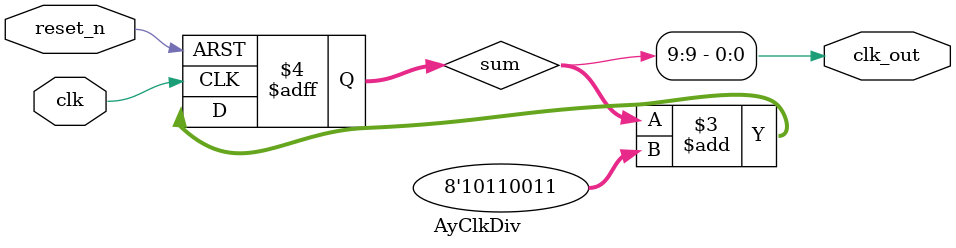
<source format=sv>
module OrionCOM_AY (
	
	// Сигналы шины Orion PRO
	input wire clk,			// 10MHz Orion Clock
	input wire reset_n,		// RES0
	input wire iorq_n,		// -IORQ
	input wire m1_n,			// -M1
	input wire wr_n,			// -WR
	input wire rd_n,			// -RD
	input wire wait_n,		// -WAIT
	input wire [9:0] a,		// A0-A7,A14,A15
	
	// Сигналы готовности от ВВ51
	input wire rdy1,			// от порта COM1
	input wire rdy2,			// от порта COM2
	
	// Выходные сигналы
	output wire cs_vi_n,		// Выборка ВИ53
	output wire cs_vv1_n,	// Выборка ВВ51 COM1
	output wire cs_vv2_n,	// Выборка ВВ51 COM2
	output wire bdir,			// Направление данных AY
	output wire bc1,			// Выбор команды AY
	output wire w1,			// Задержанный WR для ВИ53
	output wire clk1,  		// Тактирование ВИ53, ВВ51
	output wire clk2,  		// Тактирование AY
	output wire reset,		// Инвертированный сброс для ВВ51
	output wire irq3,			// Запрос прерывания 3 в шину Orion PRO
	output wire irq4,			// Запрос прерывания 4 в шину Orion PRO
	output wire debug
);

	wire sel3x;
	wire cs_ay_opro;
	wire cs_ay_lb;
	wire cs_ay_ff;
	wire cs_ay_bf;
	wire cs_ay_3f;
	wire cs_ay_3e;
	wire cs_ay_0;
	wire cs_ay_1;
	
	assign reset = !reset_n;
	assign irq3 = !rdy1;
	assign irq4 = !rdy2;
	assign w1 = wait_n | wr_n;
	
	// Сигналы выборки портов IO
	assign sel3x = (a[7:4] == 4'b0011) && !iorq_n;
	
	assign cs_vv1_n = !(sel3x & !a[3] & !a[2]);
	assign cs_vv2_n = !(sel3x & !a[3] & a[2]);
	assign cs_vi_n  = !(sel3x & a[3] & !a[2]);
	
	// Сигналы выборки AY
	assign cs_ay_opro  = sel3x & a[2] & a[3];
	
	assign cs_ay_3f = cs_ay_opro & a[0];
	assign cs_ay_3e = cs_ay_opro & !a[0];
	
	assign cs_ay_lb =  (a[7:0] == 8'hFD) ? (m1_n & !iorq_n) : 1'b0;
	assign cs_ay_bf = a[9] & !a[8] & cs_ay_lb;
	assign cs_ay_ff = a[9] & a[8] & cs_ay_lb;
	
	assign cs_ay_0 = cs_ay_bf || cs_ay_3e;
	assign cs_ay_1 = cs_ay_ff || cs_ay_3f;
	
	
	// Сигналы управления AY
	assign bc1 = cs_ay_1 & (!rd_n | !wr_n);
   assign bdir = (cs_ay_0 || cs_ay_1) & !wr_n;
	// Тактирование AY
	AyClkDiv ayClkDiv( .clk(clk), .reset_n(reset_n), .clk_out(clk2) );
	
	// Тактирование для ВИ53, ВВ51
	ViClkDiv viClkDiv( .clk(clk), .reset_n(reset_n), .clk_out(clk1) );
	
	
	// -- DEBUG
	assign debug = clk2;			
		
endmodule


module ViClkDiv(
	input clk,
	input reset_n,
	output clk_out
);

	reg [1:0] div1;
	
	assign clk_out = div1[1];
	
	always @ (posedge clk, negedge reset_n)
		if (!reset_n) div1 <= 2'b00;
		else div1 <= div1 + 1'b1;

endmodule


/* Делитель частоты для AY
	Коэффициенты 
	для базовой частоты 10MHz:
	k = 3/17,  F= 1.764705 MHz, c = 5h
	k = 10/57, F= 1.754385 MHz, c = 2d	
	k = 7/40,  F= 1.750000 MHz, c = 1Ch
	для базовой частоты 20MHz:
	k = 3/34,  F= 1.764705 MHz, c = 0Bh;
	k = 5/57,  F= 1.754385 MHz, c = 4Fh;
	k = 7/80,  F= 1.750000 MHz, c = 39h;
	k = 8/91,  F= 1.758241 MHz, c = 71h;
	k = N/M
	k = 179/1024 F= 1.748046, c = 3F4h;
*/

module AyClkDiv(
	input clk,
	input reset_n,
	output clk_out
);

	localparam N = 9;
	localparam C = 8'd179;
	
	reg [N:0] sum;
	assign clk_out = sum[N];

	always_ff @ (posedge clk, negedge reset_n)
		if (!reset_n) sum <= 0;		
		else sum <= sum + C;
	
endmodule

/*
module AyClkDivV2(
	input clk,
	input reset_n,
	output clk_out
);

   parameter M = 7;
	parameter N = 40;
	
   localparam X = ((1<<$clog2(N)) - N + M);
   bit [$clog2(N)-1:0] cnt; // счетчик
   always @(posedge clk, negedge reset_n)
      if (!reset_n) cnt <= 0;
      else {clk_out, cnt} = cnt + (clk_out ? X:M);

endmodule
*/

</source>
